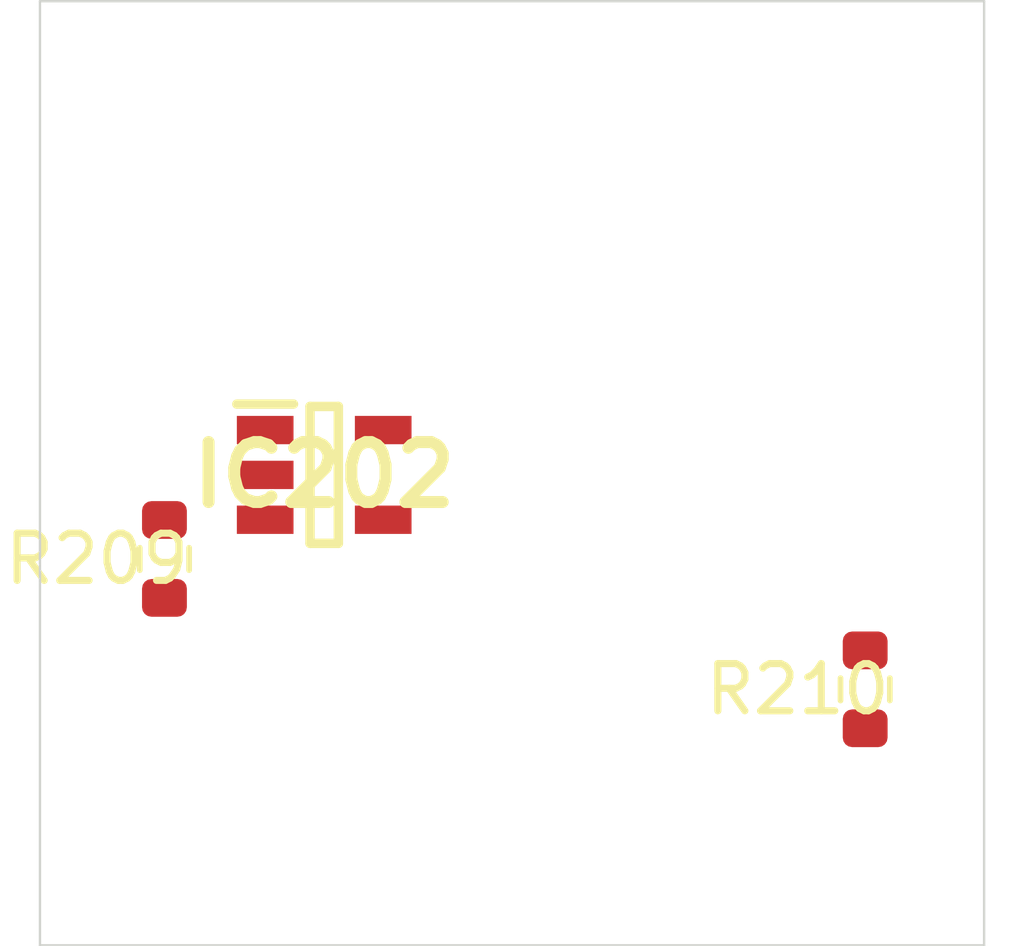
<source format=kicad_pcb>
 ( kicad_pcb  ( version 20171130 )
 ( host pcbnew 5.1.12-84ad8e8a86~92~ubuntu18.04.1 )
 ( general  ( thickness 1.6 )
 ( drawings 4 )
 ( tracks 0 )
 ( zones 0 )
 ( modules 3 )
 ( nets 5 )
)
 ( page A4 )
 ( layers  ( 0 F.Cu signal )
 ( 31 B.Cu signal )
 ( 32 B.Adhes user )
 ( 33 F.Adhes user )
 ( 34 B.Paste user )
 ( 35 F.Paste user )
 ( 36 B.SilkS user )
 ( 37 F.SilkS user )
 ( 38 B.Mask user )
 ( 39 F.Mask user )
 ( 40 Dwgs.User user )
 ( 41 Cmts.User user )
 ( 42 Eco1.User user )
 ( 43 Eco2.User user )
 ( 44 Edge.Cuts user )
 ( 45 Margin user )
 ( 46 B.CrtYd user )
 ( 47 F.CrtYd user )
 ( 48 B.Fab user )
 ( 49 F.Fab user )
)
 ( setup  ( last_trace_width 0.25 )
 ( trace_clearance 0.2 )
 ( zone_clearance 0.508 )
 ( zone_45_only no )
 ( trace_min 0.2 )
 ( via_size 0.8 )
 ( via_drill 0.4 )
 ( via_min_size 0.4 )
 ( via_min_drill 0.3 )
 ( uvia_size 0.3 )
 ( uvia_drill 0.1 )
 ( uvias_allowed no )
 ( uvia_min_size 0.2 )
 ( uvia_min_drill 0.1 )
 ( edge_width 0.05 )
 ( segment_width 0.2 )
 ( pcb_text_width 0.3 )
 ( pcb_text_size 1.5 1.5 )
 ( mod_edge_width 0.12 )
 ( mod_text_size 1 1 )
 ( mod_text_width 0.15 )
 ( pad_size 1.524 1.524 )
 ( pad_drill 0.762 )
 ( pad_to_mask_clearance 0 )
 ( aux_axis_origin 0 0 )
 ( visible_elements FFFFFF7F )
 ( pcbplotparams  ( layerselection 0x010fc_ffffffff )
 ( usegerberextensions false )
 ( usegerberattributes true )
 ( usegerberadvancedattributes true )
 ( creategerberjobfile true )
 ( excludeedgelayer true )
 ( linewidth 0.100000 )
 ( plotframeref false )
 ( viasonmask false )
 ( mode 1 )
 ( useauxorigin false )
 ( hpglpennumber 1 )
 ( hpglpenspeed 20 )
 ( hpglpendiameter 15.000000 )
 ( psnegative false )
 ( psa4output false )
 ( plotreference true )
 ( plotvalue true )
 ( plotinvisibletext false )
 ( padsonsilk false )
 ( subtractmaskfromsilk false )
 ( outputformat 1 )
 ( mirror false )
 ( drillshape 1 )
 ( scaleselection 1 )
 ( outputdirectory "" )
)
)
 ( net 0 "" )
 ( net 1 GND )
 ( net 2 VDDA )
 ( net 3 /Sheet6235D886/vp )
 ( net 4 "Net-(IC202-Pad3)" )
 ( net_class Default "This is the default net class."  ( clearance 0.2 )
 ( trace_width 0.25 )
 ( via_dia 0.8 )
 ( via_drill 0.4 )
 ( uvia_dia 0.3 )
 ( uvia_drill 0.1 )
 ( add_net /Sheet6235D886/vp )
 ( add_net GND )
 ( add_net "Net-(IC202-Pad3)" )
 ( add_net VDDA )
)
 ( module SOT95P280X145-5N locked  ( layer F.Cu )
 ( tedit 62336ED7 )
 ( tstamp 623423ED )
 ( at 86.020900 110.035000 )
 ( descr DBV0005A )
 ( tags "Integrated Circuit" )
 ( path /6235D887/6266C08E )
 ( attr smd )
 ( fp_text reference IC202  ( at 0 0 )
 ( layer F.SilkS )
 ( effects  ( font  ( size 1.27 1.27 )
 ( thickness 0.254 )
)
)
)
 ( fp_text value TL071HIDBVR  ( at 0 0 )
 ( layer F.SilkS )
hide  ( effects  ( font  ( size 1.27 1.27 )
 ( thickness 0.254 )
)
)
)
 ( fp_line  ( start -1.85 -1.5 )
 ( end -0.65 -1.5 )
 ( layer F.SilkS )
 ( width 0.2 )
)
 ( fp_line  ( start -0.3 1.45 )
 ( end -0.3 -1.45 )
 ( layer F.SilkS )
 ( width 0.2 )
)
 ( fp_line  ( start 0.3 1.45 )
 ( end -0.3 1.45 )
 ( layer F.SilkS )
 ( width 0.2 )
)
 ( fp_line  ( start 0.3 -1.45 )
 ( end 0.3 1.45 )
 ( layer F.SilkS )
 ( width 0.2 )
)
 ( fp_line  ( start -0.3 -1.45 )
 ( end 0.3 -1.45 )
 ( layer F.SilkS )
 ( width 0.2 )
)
 ( fp_line  ( start -0.8 -0.5 )
 ( end 0.15 -1.45 )
 ( layer Dwgs.User )
 ( width 0.1 )
)
 ( fp_line  ( start -0.8 1.45 )
 ( end -0.8 -1.45 )
 ( layer Dwgs.User )
 ( width 0.1 )
)
 ( fp_line  ( start 0.8 1.45 )
 ( end -0.8 1.45 )
 ( layer Dwgs.User )
 ( width 0.1 )
)
 ( fp_line  ( start 0.8 -1.45 )
 ( end 0.8 1.45 )
 ( layer Dwgs.User )
 ( width 0.1 )
)
 ( fp_line  ( start -0.8 -1.45 )
 ( end 0.8 -1.45 )
 ( layer Dwgs.User )
 ( width 0.1 )
)
 ( fp_line  ( start -2.1 1.775 )
 ( end -2.1 -1.775 )
 ( layer Dwgs.User )
 ( width 0.05 )
)
 ( fp_line  ( start 2.1 1.775 )
 ( end -2.1 1.775 )
 ( layer Dwgs.User )
 ( width 0.05 )
)
 ( fp_line  ( start 2.1 -1.775 )
 ( end 2.1 1.775 )
 ( layer Dwgs.User )
 ( width 0.05 )
)
 ( fp_line  ( start -2.1 -1.775 )
 ( end 2.1 -1.775 )
 ( layer Dwgs.User )
 ( width 0.05 )
)
 ( pad 1 smd rect  ( at -1.25 -0.95 90.000000 )
 ( size 0.6 1.2 )
 ( layers F.Cu F.Mask F.Paste )
 ( net 3 /Sheet6235D886/vp )
)
 ( pad 2 smd rect  ( at -1.25 0 90.000000 )
 ( size 0.6 1.2 )
 ( layers F.Cu F.Mask F.Paste )
 ( net 1 GND )
)
 ( pad 3 smd rect  ( at -1.25 0.95 90.000000 )
 ( size 0.6 1.2 )
 ( layers F.Cu F.Mask F.Paste )
 ( net 4 "Net-(IC202-Pad3)" )
)
 ( pad 4 smd rect  ( at 1.25 0.95 90.000000 )
 ( size 0.6 1.2 )
 ( layers F.Cu F.Mask F.Paste )
 ( net 3 /Sheet6235D886/vp )
)
 ( pad 5 smd rect  ( at 1.25 -0.95 90.000000 )
 ( size 0.6 1.2 )
 ( layers F.Cu F.Mask F.Paste )
 ( net 2 VDDA )
)
)
 ( module Resistor_SMD:R_0603_1608Metric  ( layer F.Cu )
 ( tedit 5F68FEEE )
 ( tstamp 62342595 )
 ( at 82.637100 111.815000 90.000000 )
 ( descr "Resistor SMD 0603 (1608 Metric), square (rectangular) end terminal, IPC_7351 nominal, (Body size source: IPC-SM-782 page 72, https://www.pcb-3d.com/wordpress/wp-content/uploads/ipc-sm-782a_amendment_1_and_2.pdf), generated with kicad-footprint-generator" )
 ( tags resistor )
 ( path /6235D887/623CDBD9 )
 ( attr smd )
 ( fp_text reference R209  ( at 0 -1.43 )
 ( layer F.SilkS )
 ( effects  ( font  ( size 1 1 )
 ( thickness 0.15 )
)
)
)
 ( fp_text value 100k  ( at 0 1.43 )
 ( layer F.Fab )
 ( effects  ( font  ( size 1 1 )
 ( thickness 0.15 )
)
)
)
 ( fp_line  ( start -0.8 0.4125 )
 ( end -0.8 -0.4125 )
 ( layer F.Fab )
 ( width 0.1 )
)
 ( fp_line  ( start -0.8 -0.4125 )
 ( end 0.8 -0.4125 )
 ( layer F.Fab )
 ( width 0.1 )
)
 ( fp_line  ( start 0.8 -0.4125 )
 ( end 0.8 0.4125 )
 ( layer F.Fab )
 ( width 0.1 )
)
 ( fp_line  ( start 0.8 0.4125 )
 ( end -0.8 0.4125 )
 ( layer F.Fab )
 ( width 0.1 )
)
 ( fp_line  ( start -0.237258 -0.5225 )
 ( end 0.237258 -0.5225 )
 ( layer F.SilkS )
 ( width 0.12 )
)
 ( fp_line  ( start -0.237258 0.5225 )
 ( end 0.237258 0.5225 )
 ( layer F.SilkS )
 ( width 0.12 )
)
 ( fp_line  ( start -1.48 0.73 )
 ( end -1.48 -0.73 )
 ( layer F.CrtYd )
 ( width 0.05 )
)
 ( fp_line  ( start -1.48 -0.73 )
 ( end 1.48 -0.73 )
 ( layer F.CrtYd )
 ( width 0.05 )
)
 ( fp_line  ( start 1.48 -0.73 )
 ( end 1.48 0.73 )
 ( layer F.CrtYd )
 ( width 0.05 )
)
 ( fp_line  ( start 1.48 0.73 )
 ( end -1.48 0.73 )
 ( layer F.CrtYd )
 ( width 0.05 )
)
 ( fp_text user %R  ( at 0 0 )
 ( layer F.Fab )
 ( effects  ( font  ( size 0.4 0.4 )
 ( thickness 0.06 )
)
)
)
 ( pad 1 smd roundrect  ( at -0.825 0 90.000000 )
 ( size 0.8 0.95 )
 ( layers F.Cu F.Mask F.Paste )
 ( roundrect_rratio 0.25 )
 ( net 2 VDDA )
)
 ( pad 2 smd roundrect  ( at 0.825 0 90.000000 )
 ( size 0.8 0.95 )
 ( layers F.Cu F.Mask F.Paste )
 ( roundrect_rratio 0.25 )
 ( net 4 "Net-(IC202-Pad3)" )
)
 ( model ${KISYS3DMOD}/Resistor_SMD.3dshapes/R_0603_1608Metric.wrl  ( at  ( xyz 0 0 0 )
)
 ( scale  ( xyz 1 1 1 )
)
 ( rotate  ( xyz 0 0 0 )
)
)
)
 ( module Resistor_SMD:R_0603_1608Metric  ( layer F.Cu )
 ( tedit 5F68FEEE )
 ( tstamp 623425A6 )
 ( at 97.480700 114.577000 90.000000 )
 ( descr "Resistor SMD 0603 (1608 Metric), square (rectangular) end terminal, IPC_7351 nominal, (Body size source: IPC-SM-782 page 72, https://www.pcb-3d.com/wordpress/wp-content/uploads/ipc-sm-782a_amendment_1_and_2.pdf), generated with kicad-footprint-generator" )
 ( tags resistor )
 ( path /6235D887/623CDBDF )
 ( attr smd )
 ( fp_text reference R210  ( at 0 -1.43 )
 ( layer F.SilkS )
 ( effects  ( font  ( size 1 1 )
 ( thickness 0.15 )
)
)
)
 ( fp_text value 100k  ( at 0 1.43 )
 ( layer F.Fab )
 ( effects  ( font  ( size 1 1 )
 ( thickness 0.15 )
)
)
)
 ( fp_line  ( start 1.48 0.73 )
 ( end -1.48 0.73 )
 ( layer F.CrtYd )
 ( width 0.05 )
)
 ( fp_line  ( start 1.48 -0.73 )
 ( end 1.48 0.73 )
 ( layer F.CrtYd )
 ( width 0.05 )
)
 ( fp_line  ( start -1.48 -0.73 )
 ( end 1.48 -0.73 )
 ( layer F.CrtYd )
 ( width 0.05 )
)
 ( fp_line  ( start -1.48 0.73 )
 ( end -1.48 -0.73 )
 ( layer F.CrtYd )
 ( width 0.05 )
)
 ( fp_line  ( start -0.237258 0.5225 )
 ( end 0.237258 0.5225 )
 ( layer F.SilkS )
 ( width 0.12 )
)
 ( fp_line  ( start -0.237258 -0.5225 )
 ( end 0.237258 -0.5225 )
 ( layer F.SilkS )
 ( width 0.12 )
)
 ( fp_line  ( start 0.8 0.4125 )
 ( end -0.8 0.4125 )
 ( layer F.Fab )
 ( width 0.1 )
)
 ( fp_line  ( start 0.8 -0.4125 )
 ( end 0.8 0.4125 )
 ( layer F.Fab )
 ( width 0.1 )
)
 ( fp_line  ( start -0.8 -0.4125 )
 ( end 0.8 -0.4125 )
 ( layer F.Fab )
 ( width 0.1 )
)
 ( fp_line  ( start -0.8 0.4125 )
 ( end -0.8 -0.4125 )
 ( layer F.Fab )
 ( width 0.1 )
)
 ( fp_text user %R  ( at 0 0 )
 ( layer F.Fab )
 ( effects  ( font  ( size 0.4 0.4 )
 ( thickness 0.06 )
)
)
)
 ( pad 2 smd roundrect  ( at 0.825 0 90.000000 )
 ( size 0.8 0.95 )
 ( layers F.Cu F.Mask F.Paste )
 ( roundrect_rratio 0.25 )
 ( net 1 GND )
)
 ( pad 1 smd roundrect  ( at -0.825 0 90.000000 )
 ( size 0.8 0.95 )
 ( layers F.Cu F.Mask F.Paste )
 ( roundrect_rratio 0.25 )
 ( net 4 "Net-(IC202-Pad3)" )
)
 ( model ${KISYS3DMOD}/Resistor_SMD.3dshapes/R_0603_1608Metric.wrl  ( at  ( xyz 0 0 0 )
)
 ( scale  ( xyz 1 1 1 )
)
 ( rotate  ( xyz 0 0 0 )
)
)
)
 ( gr_line  ( start 100 100 )
 ( end 100 120 )
 ( layer Edge.Cuts )
 ( width 0.05 )
 ( tstamp 62E770C4 )
)
 ( gr_line  ( start 80 120 )
 ( end 100 120 )
 ( layer Edge.Cuts )
 ( width 0.05 )
 ( tstamp 62E770C0 )
)
 ( gr_line  ( start 80 100 )
 ( end 100 100 )
 ( layer Edge.Cuts )
 ( width 0.05 )
 ( tstamp 6234110C )
)
 ( gr_line  ( start 80 100 )
 ( end 80 120 )
 ( layer Edge.Cuts )
 ( width 0.05 )
)
)

</source>
